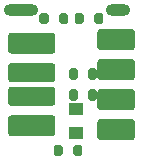
<source format=gbr>
%TF.GenerationSoftware,KiCad,Pcbnew,(5.1.8)-1*%
%TF.CreationDate,2022-12-23T20:51:48-06:00*%
%TF.ProjectId,pcb,7063622e-6b69-4636-9164-5f7063625858,rev?*%
%TF.SameCoordinates,Original*%
%TF.FileFunction,Soldermask,Bot*%
%TF.FilePolarity,Negative*%
%FSLAX46Y46*%
G04 Gerber Fmt 4.6, Leading zero omitted, Abs format (unit mm)*
G04 Created by KiCad (PCBNEW (5.1.8)-1) date 2022-12-23 20:51:48*
%MOMM*%
%LPD*%
G01*
G04 APERTURE LIST*
%ADD10O,2.400000X1.000000*%
%ADD11O,2.100000X1.000000*%
%ADD12R,1.250000X1.000000*%
G04 APERTURE END LIST*
%TO.C,P1*%
G36*
G01*
X137434100Y-97200000D02*
X140904900Y-97200000D01*
G75*
G02*
X141169500Y-97464600I0J-264600D01*
G01*
X141169500Y-98735400D01*
G75*
G02*
X140904900Y-99000000I-264600J0D01*
G01*
X137434100Y-99000000D01*
G75*
G02*
X137169500Y-98735400I0J264600D01*
G01*
X137169500Y-97464600D01*
G75*
G02*
X137434100Y-97200000I264600J0D01*
G01*
G37*
G36*
G01*
X137404700Y-99800000D02*
X140934300Y-99800000D01*
G75*
G02*
X141169500Y-100035200I0J-235200D01*
G01*
X141169500Y-101164800D01*
G75*
G02*
X140934300Y-101400000I-235200J0D01*
G01*
X137404700Y-101400000D01*
G75*
G02*
X137169500Y-101164800I0J235200D01*
G01*
X137169500Y-100035200D01*
G75*
G02*
X137404700Y-99800000I235200J0D01*
G01*
G37*
G36*
G01*
X137404700Y-101800000D02*
X140934300Y-101800000D01*
G75*
G02*
X141169500Y-102035200I0J-235200D01*
G01*
X141169500Y-103164800D01*
G75*
G02*
X140934300Y-103400000I-235200J0D01*
G01*
X137404700Y-103400000D01*
G75*
G02*
X137169500Y-103164800I0J235200D01*
G01*
X137169500Y-102035200D01*
G75*
G02*
X137404700Y-101800000I235200J0D01*
G01*
G37*
G36*
G01*
X137434100Y-104200000D02*
X140904900Y-104200000D01*
G75*
G02*
X141169500Y-104464600I0J-264600D01*
G01*
X141169500Y-105735400D01*
G75*
G02*
X140904900Y-106000000I-264600J0D01*
G01*
X137434100Y-106000000D01*
G75*
G02*
X137169500Y-105735400I0J264600D01*
G01*
X137169500Y-104464600D01*
G75*
G02*
X137434100Y-104200000I264600J0D01*
G01*
G37*
D10*
X137985500Y-95250000D03*
%TD*%
D11*
%TO.C,SW1*%
X146457500Y-95250000D03*
X138657500Y-95250000D03*
%TD*%
%TO.C,J1*%
G36*
G01*
X144718500Y-98425400D02*
X144718500Y-97154600D01*
G75*
G02*
X144983100Y-96890000I264600J0D01*
G01*
X147653900Y-96890000D01*
G75*
G02*
X147918500Y-97154600I0J-264600D01*
G01*
X147918500Y-98425400D01*
G75*
G02*
X147653900Y-98690000I-264600J0D01*
G01*
X144983100Y-98690000D01*
G75*
G02*
X144718500Y-98425400I0J264600D01*
G01*
G37*
G36*
G01*
X144718500Y-100965400D02*
X144718500Y-99694600D01*
G75*
G02*
X144983100Y-99430000I264600J0D01*
G01*
X147653900Y-99430000D01*
G75*
G02*
X147918500Y-99694600I0J-264600D01*
G01*
X147918500Y-100965400D01*
G75*
G02*
X147653900Y-101230000I-264600J0D01*
G01*
X144983100Y-101230000D01*
G75*
G02*
X144718500Y-100965400I0J264600D01*
G01*
G37*
G36*
G01*
X144718500Y-103505400D02*
X144718500Y-102234600D01*
G75*
G02*
X144983100Y-101970000I264600J0D01*
G01*
X147653900Y-101970000D01*
G75*
G02*
X147918500Y-102234600I0J-264600D01*
G01*
X147918500Y-103505400D01*
G75*
G02*
X147653900Y-103770000I-264600J0D01*
G01*
X144983100Y-103770000D01*
G75*
G02*
X144718500Y-103505400I0J264600D01*
G01*
G37*
G36*
G01*
X144718500Y-106045400D02*
X144718500Y-104774600D01*
G75*
G02*
X144983100Y-104510000I264600J0D01*
G01*
X147653900Y-104510000D01*
G75*
G02*
X147918500Y-104774600I0J-264600D01*
G01*
X147918500Y-106045400D01*
G75*
G02*
X147653900Y-106310000I-264600J0D01*
G01*
X144983100Y-106310000D01*
G75*
G02*
X144718500Y-106045400I0J264600D01*
G01*
G37*
%TD*%
D12*
%TO.C,C1*%
X142875000Y-103711500D03*
X142875000Y-105711500D03*
%TD*%
%TO.C,R1*%
G36*
G01*
X145243000Y-95737000D02*
X145243000Y-96287000D01*
G75*
G02*
X145043000Y-96487000I-200000J0D01*
G01*
X144643000Y-96487000D01*
G75*
G02*
X144443000Y-96287000I0J200000D01*
G01*
X144443000Y-95737000D01*
G75*
G02*
X144643000Y-95537000I200000J0D01*
G01*
X145043000Y-95537000D01*
G75*
G02*
X145243000Y-95737000I0J-200000D01*
G01*
G37*
G36*
G01*
X143593000Y-95737000D02*
X143593000Y-96287000D01*
G75*
G02*
X143393000Y-96487000I-200000J0D01*
G01*
X142993000Y-96487000D01*
G75*
G02*
X142793000Y-96287000I0J200000D01*
G01*
X142793000Y-95737000D01*
G75*
G02*
X142993000Y-95537000I200000J0D01*
G01*
X143393000Y-95537000D01*
G75*
G02*
X143593000Y-95737000I0J-200000D01*
G01*
G37*
%TD*%
%TO.C,R2*%
G36*
G01*
X141458500Y-96287000D02*
X141458500Y-95737000D01*
G75*
G02*
X141658500Y-95537000I200000J0D01*
G01*
X142058500Y-95537000D01*
G75*
G02*
X142258500Y-95737000I0J-200000D01*
G01*
X142258500Y-96287000D01*
G75*
G02*
X142058500Y-96487000I-200000J0D01*
G01*
X141658500Y-96487000D01*
G75*
G02*
X141458500Y-96287000I0J200000D01*
G01*
G37*
G36*
G01*
X139808500Y-96287000D02*
X139808500Y-95737000D01*
G75*
G02*
X140008500Y-95537000I200000J0D01*
G01*
X140408500Y-95537000D01*
G75*
G02*
X140608500Y-95737000I0J-200000D01*
G01*
X140608500Y-96287000D01*
G75*
G02*
X140408500Y-96487000I-200000J0D01*
G01*
X140008500Y-96487000D01*
G75*
G02*
X139808500Y-96287000I0J200000D01*
G01*
G37*
%TD*%
%TO.C,R3*%
G36*
G01*
X142285000Y-100986000D02*
X142285000Y-100436000D01*
G75*
G02*
X142485000Y-100236000I200000J0D01*
G01*
X142885000Y-100236000D01*
G75*
G02*
X143085000Y-100436000I0J-200000D01*
G01*
X143085000Y-100986000D01*
G75*
G02*
X142885000Y-101186000I-200000J0D01*
G01*
X142485000Y-101186000D01*
G75*
G02*
X142285000Y-100986000I0J200000D01*
G01*
G37*
G36*
G01*
X143935000Y-100986000D02*
X143935000Y-100436000D01*
G75*
G02*
X144135000Y-100236000I200000J0D01*
G01*
X144535000Y-100236000D01*
G75*
G02*
X144735000Y-100436000I0J-200000D01*
G01*
X144735000Y-100986000D01*
G75*
G02*
X144535000Y-101186000I-200000J0D01*
G01*
X144135000Y-101186000D01*
G75*
G02*
X143935000Y-100986000I0J200000D01*
G01*
G37*
%TD*%
%TO.C,R4*%
G36*
G01*
X143935000Y-102764000D02*
X143935000Y-102214000D01*
G75*
G02*
X144135000Y-102014000I200000J0D01*
G01*
X144535000Y-102014000D01*
G75*
G02*
X144735000Y-102214000I0J-200000D01*
G01*
X144735000Y-102764000D01*
G75*
G02*
X144535000Y-102964000I-200000J0D01*
G01*
X144135000Y-102964000D01*
G75*
G02*
X143935000Y-102764000I0J200000D01*
G01*
G37*
G36*
G01*
X142285000Y-102764000D02*
X142285000Y-102214000D01*
G75*
G02*
X142485000Y-102014000I200000J0D01*
G01*
X142885000Y-102014000D01*
G75*
G02*
X143085000Y-102214000I0J-200000D01*
G01*
X143085000Y-102764000D01*
G75*
G02*
X142885000Y-102964000I-200000J0D01*
G01*
X142485000Y-102964000D01*
G75*
G02*
X142285000Y-102764000I0J200000D01*
G01*
G37*
%TD*%
%TO.C,R5*%
G36*
G01*
X143465000Y-106913000D02*
X143465000Y-107463000D01*
G75*
G02*
X143265000Y-107663000I-200000J0D01*
G01*
X142865000Y-107663000D01*
G75*
G02*
X142665000Y-107463000I0J200000D01*
G01*
X142665000Y-106913000D01*
G75*
G02*
X142865000Y-106713000I200000J0D01*
G01*
X143265000Y-106713000D01*
G75*
G02*
X143465000Y-106913000I0J-200000D01*
G01*
G37*
G36*
G01*
X141815000Y-106913000D02*
X141815000Y-107463000D01*
G75*
G02*
X141615000Y-107663000I-200000J0D01*
G01*
X141215000Y-107663000D01*
G75*
G02*
X141015000Y-107463000I0J200000D01*
G01*
X141015000Y-106913000D01*
G75*
G02*
X141215000Y-106713000I200000J0D01*
G01*
X141615000Y-106713000D01*
G75*
G02*
X141815000Y-106913000I0J-200000D01*
G01*
G37*
%TD*%
M02*

</source>
